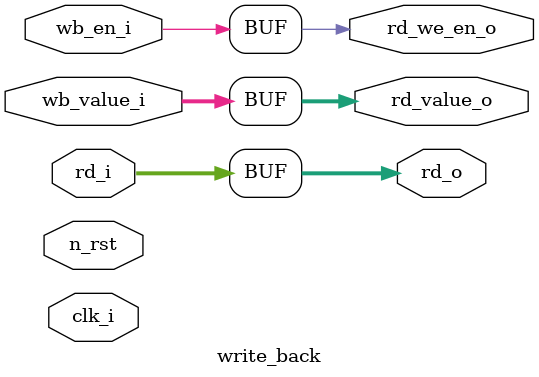
<source format=sv>
`include "common/multiplexers/mux4to1.sv"

module write_back (
  input logic clk_i,
  input logic n_rst,

  input logic [4:0] rd_i,
  input logic wb_en_i,
  input logic [31:0] wb_value_i,

  output logic [4:0] rd_o,
  output logic rd_we_en_o,
  output logic [31:0] rd_value_o
);

assign rd_o = rd_i;
assign rd_we_en_o = wb_en_i;
assign rd_value_o = wb_value_i;

endmodule

</source>
